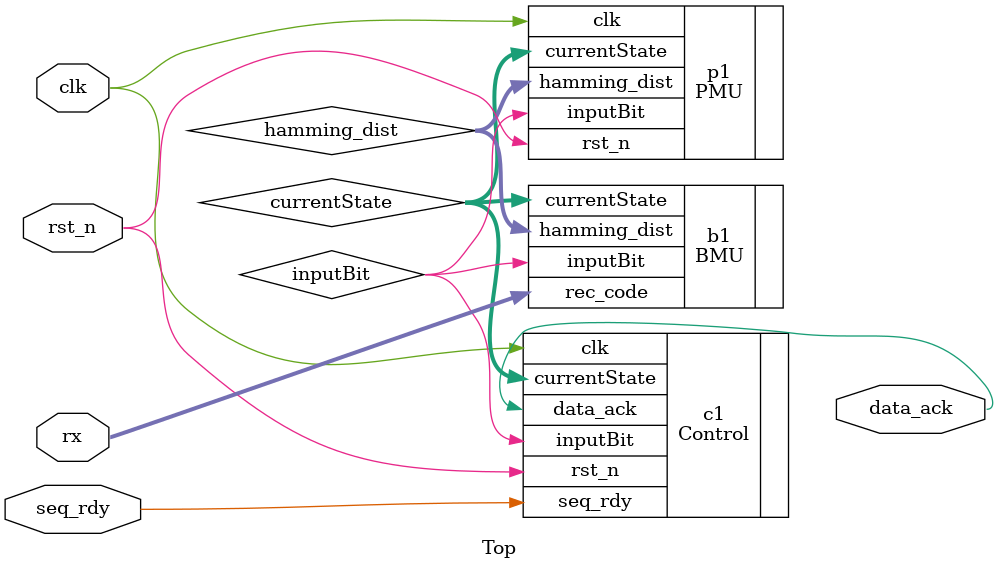
<source format=v>
module Top(clk,rst_n,rx,seq_rdy,data_ack);

input clk,rst_n;
input [1:0]rx;
input seq_rdy;
output wire data_ack;
wire [1:0] currentState;
wire inputBit;
wire [2:0] hamming_dist;

Control c1(
	.clk(clk),
	.rst_n(rst_n),
	.seq_rdy(seq_rdy),
	.data_ack(data_ack),
	.currentState(currentState),
	.inputBit(inputBit)
);

BMU b1(
	.rec_code(rx),
	.hamming_dist(hamming_dist),
	.currentState(currentState),
	.inputBit(inputBit)
);

PMU p1(
	.clk(clk),
	.rst_n(rst_n),
	.hamming_dist(hamming_dist),
	.currentState(currentState),
	.inputBit(inputBit)
);

endmodule
</source>
